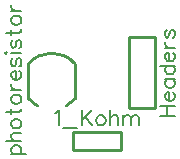
<source format=gto>
G04 DipTrace 2.4.0.2*
%INTopSilk.gto*%
%MOIN*%
%ADD10C,0.0098*%
%ADD37C,0.0077*%
%FSLAX44Y44*%
G04*
G70*
G90*
G75*
G01*
%LNTopSilk*%
%LPD*%
X5153Y6369D2*
D10*
Y7511D1*
X6727Y6369D2*
Y7511D1*
G03X5153Y7511I-787J-642D01*
G01*
Y6369D2*
G03X5468Y6113I885J768D01*
G01*
X6412D2*
G03X6727Y6369I-570J1024D01*
G01*
X6639Y5240D2*
Y4640D1*
X8241Y5240D2*
X6639D1*
X8241D2*
Y4640D1*
X6639D1*
X8507Y6049D2*
Y8411D1*
X9373Y6049D2*
Y8411D1*
X8507Y6049D2*
X9373D1*
X8507Y8411D2*
X9373D1*
X4588Y4517D2*
D37*
X5090D1*
X4660D2*
X4612Y4565D1*
X4588Y4613D1*
Y4685D1*
X4612Y4733D1*
X4660Y4780D1*
X4732Y4805D1*
X4780D1*
X4851Y4780D1*
X4899Y4733D1*
X4923Y4685D1*
Y4613D1*
X4899Y4565D1*
X4851Y4517D1*
X4420Y4959D2*
X4923D1*
X4683D2*
X4612Y5031D1*
X4588Y5079D1*
Y5151D1*
X4612Y5198D1*
X4683Y5222D1*
X4923D1*
X4588Y5496D2*
X4612Y5448D1*
X4660Y5400D1*
X4732Y5376D1*
X4779D1*
X4851Y5400D1*
X4898Y5448D1*
X4923Y5496D1*
Y5568D1*
X4898Y5616D1*
X4851Y5663D1*
X4779Y5688D1*
X4732D1*
X4660Y5663D1*
X4612Y5616D1*
X4588Y5568D1*
Y5496D1*
X4420Y5914D2*
X4827D1*
X4898Y5938D1*
X4923Y5986D1*
Y6033D1*
X4588Y5842D2*
Y6009D1*
Y6307D2*
X4612Y6259D1*
X4660Y6211D1*
X4732Y6188D1*
X4779D1*
X4851Y6211D1*
X4898Y6259D1*
X4923Y6307D1*
Y6379D1*
X4898Y6427D1*
X4851Y6474D1*
X4779Y6499D1*
X4732D1*
X4660Y6474D1*
X4612Y6427D1*
X4588Y6379D1*
Y6307D1*
Y6653D2*
X4923D1*
X4732D2*
X4660Y6677D1*
X4612Y6725D1*
X4588Y6773D1*
Y6845D1*
X4732Y6999D2*
Y7286D1*
X4683D1*
X4635Y7262D1*
X4612Y7239D1*
X4588Y7191D1*
Y7119D1*
X4612Y7071D1*
X4660Y7023D1*
X4732Y6999D1*
X4779D1*
X4851Y7023D1*
X4898Y7071D1*
X4923Y7119D1*
Y7191D1*
X4898Y7239D1*
X4851Y7286D1*
X4660Y7704D2*
X4612Y7680D1*
X4588Y7608D1*
Y7536D1*
X4612Y7464D1*
X4660Y7441D1*
X4707Y7464D1*
X4732Y7512D1*
X4755Y7632D1*
X4779Y7680D1*
X4827Y7704D1*
X4851D1*
X4898Y7680D1*
X4923Y7608D1*
Y7536D1*
X4898Y7464D1*
X4851Y7441D1*
X4420Y7858D2*
X4444Y7882D1*
X4420Y7906D1*
X4396Y7882D1*
X4420Y7858D1*
X4588Y7882D2*
X4923D1*
X4660Y8324D2*
X4612Y8300D1*
X4588Y8228D1*
Y8156D1*
X4612Y8084D1*
X4660Y8061D1*
X4707Y8084D1*
X4732Y8132D1*
X4755Y8252D1*
X4779Y8300D1*
X4827Y8324D1*
X4851D1*
X4898Y8300D1*
X4923Y8228D1*
Y8156D1*
X4898Y8084D1*
X4851Y8061D1*
X4420Y8550D2*
X4827D1*
X4898Y8574D1*
X4923Y8622D1*
Y8669D1*
X4588Y8478D2*
Y8645D1*
Y8943D2*
X4612Y8895D1*
X4660Y8847D1*
X4732Y8824D1*
X4779D1*
X4851Y8847D1*
X4898Y8895D1*
X4923Y8943D1*
Y9015D1*
X4898Y9063D1*
X4851Y9110D1*
X4779Y9135D1*
X4732D1*
X4660Y9110D1*
X4612Y9063D1*
X4588Y9015D1*
Y8943D1*
Y9289D2*
X4923D1*
X4732D2*
X4660Y9314D1*
X4612Y9361D1*
X4588Y9409D1*
Y9481D1*
X6049Y5876D2*
X6097Y5900D1*
X6169Y5972D1*
Y5470D1*
X6323Y5387D2*
X6778D1*
X6932Y5972D2*
Y5470D1*
X7267Y5972D2*
X6932Y5637D1*
X7051Y5757D2*
X7267Y5470D1*
X7541Y5805D2*
X7493Y5781D1*
X7445Y5733D1*
X7421Y5661D1*
Y5614D1*
X7445Y5542D1*
X7493Y5494D1*
X7541Y5470D1*
X7613D1*
X7661Y5494D1*
X7708Y5542D1*
X7732Y5614D1*
Y5661D1*
X7708Y5733D1*
X7661Y5781D1*
X7613Y5805D1*
X7541D1*
X7887Y5972D2*
Y5470D1*
Y5709D2*
X7959Y5781D1*
X8007Y5805D1*
X8079D1*
X8126Y5781D1*
X8150Y5709D1*
Y5470D1*
X8304Y5805D2*
Y5470D1*
Y5709D2*
X8376Y5781D1*
X8424Y5805D1*
X8496D1*
X8544Y5781D1*
X8567Y5709D1*
Y5470D1*
Y5709D2*
X8639Y5781D1*
X8687Y5805D1*
X8759D1*
X8807Y5781D1*
X8831Y5709D1*
Y5470D1*
X9543Y5798D2*
X10045D1*
X9543Y6133D2*
X10045D1*
X9782Y5798D2*
Y6133D1*
X9854Y6288D2*
Y6574D1*
X9806D1*
X9758Y6551D1*
X9734Y6527D1*
X9710Y6479D1*
Y6407D1*
X9734Y6359D1*
X9782Y6311D1*
X9854Y6288D1*
X9901D1*
X9973Y6311D1*
X10021Y6359D1*
X10045Y6407D1*
Y6479D1*
X10021Y6527D1*
X9973Y6574D1*
X9710Y7016D2*
X10045D1*
X9782D2*
X9734Y6968D1*
X9710Y6920D1*
Y6849D1*
X9734Y6801D1*
X9782Y6753D1*
X9854Y6729D1*
X9901D1*
X9973Y6753D1*
X10021Y6801D1*
X10045Y6849D1*
Y6920D1*
X10021Y6968D1*
X9973Y7016D1*
X9543Y7457D2*
X10045D1*
X9782D2*
X9734Y7409D1*
X9710Y7361D1*
Y7289D1*
X9734Y7242D1*
X9782Y7194D1*
X9854Y7170D1*
X9901D1*
X9973Y7194D1*
X10021Y7242D1*
X10045Y7289D1*
Y7361D1*
X10021Y7409D1*
X9973Y7457D1*
X9854Y7611D2*
Y7898D1*
X9806D1*
X9758Y7874D1*
X9734Y7851D1*
X9710Y7803D1*
Y7731D1*
X9734Y7683D1*
X9782Y7635D1*
X9854Y7611D1*
X9901D1*
X9973Y7635D1*
X10021Y7683D1*
X10045Y7731D1*
Y7803D1*
X10021Y7851D1*
X9973Y7898D1*
X9710Y8053D2*
X10045D1*
X9854D2*
X9782Y8077D1*
X9734Y8124D1*
X9710Y8172D1*
Y8244D1*
X9782Y8662D2*
X9734Y8638D1*
X9710Y8566D1*
Y8494D1*
X9734Y8422D1*
X9782Y8399D1*
X9830Y8422D1*
X9854Y8471D1*
X9878Y8590D1*
X9901Y8638D1*
X9949Y8662D1*
X9973D1*
X10021Y8638D1*
X10045Y8566D1*
Y8494D1*
X10021Y8422D1*
X9973Y8399D1*
M02*

</source>
